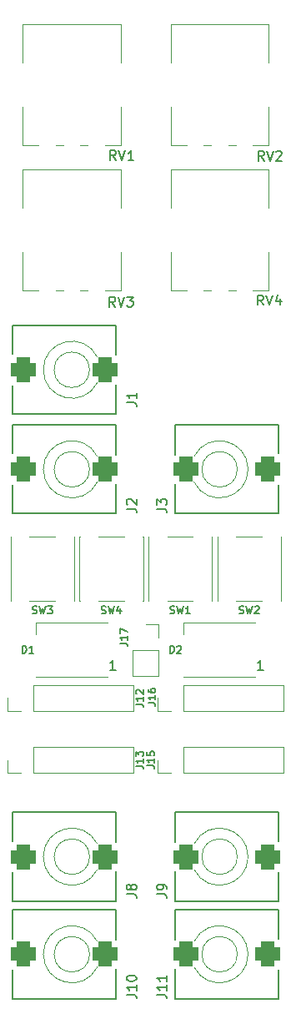
<source format=gbr>
%TF.GenerationSoftware,KiCad,Pcbnew,(6.0.0-0)*%
%TF.CreationDate,2022-01-16T08:33:06+00:00*%
%TF.ProjectId,curly-memory-interface-board,6375726c-792d-46d6-956d-6f72792d696e,rev?*%
%TF.SameCoordinates,Original*%
%TF.FileFunction,Legend,Top*%
%TF.FilePolarity,Positive*%
%FSLAX46Y46*%
G04 Gerber Fmt 4.6, Leading zero omitted, Abs format (unit mm)*
G04 Created by KiCad (PCBNEW (6.0.0-0)) date 2022-01-16 08:33:06*
%MOMM*%
%LPD*%
G01*
G04 APERTURE LIST*
G04 Aperture macros list*
%AMRoundRect*
0 Rectangle with rounded corners*
0 $1 Rounding radius*
0 $2 $3 $4 $5 $6 $7 $8 $9 X,Y pos of 4 corners*
0 Add a 4 corners polygon primitive as box body*
4,1,4,$2,$3,$4,$5,$6,$7,$8,$9,$2,$3,0*
0 Add four circle primitives for the rounded corners*
1,1,$1+$1,$2,$3*
1,1,$1+$1,$4,$5*
1,1,$1+$1,$6,$7*
1,1,$1+$1,$8,$9*
0 Add four rect primitives between the rounded corners*
20,1,$1+$1,$2,$3,$4,$5,0*
20,1,$1+$1,$4,$5,$6,$7,0*
20,1,$1+$1,$6,$7,$8,$9,0*
20,1,$1+$1,$8,$9,$2,$3,0*%
G04 Aperture macros list end*
%ADD10C,0.150000*%
%ADD11C,0.200000*%
%ADD12C,0.120000*%
%ADD13O,2.300000X3.100000*%
%ADD14RoundRect,0.650000X0.650000X-0.650000X0.650000X0.650000X-0.650000X0.650000X-0.650000X-0.650000X0*%
%ADD15R,1.300000X1.550000*%
%ADD16R,1.500000X1.000000*%
%ADD17C,4.000000*%
%ADD18C,1.800000*%
%ADD19R,1.700000X1.700000*%
%ADD20O,1.700000X1.700000*%
%ADD21RoundRect,0.650000X-0.650000X0.650000X-0.650000X-0.650000X0.650000X-0.650000X0.650000X0.650000X0*%
G04 APERTURE END LIST*
D10*
%TO.C,J8*%
X13066780Y-88801533D02*
X13781066Y-88801533D01*
X13923923Y-88849152D01*
X14019161Y-88944390D01*
X14066780Y-89087247D01*
X14066780Y-89182485D01*
X13495352Y-88182485D02*
X13447733Y-88277723D01*
X13400114Y-88325342D01*
X13304876Y-88372961D01*
X13257257Y-88372961D01*
X13162019Y-88325342D01*
X13114400Y-88277723D01*
X13066780Y-88182485D01*
X13066780Y-87992009D01*
X13114400Y-87896771D01*
X13162019Y-87849152D01*
X13257257Y-87801533D01*
X13304876Y-87801533D01*
X13400114Y-87849152D01*
X13447733Y-87896771D01*
X13495352Y-87992009D01*
X13495352Y-88182485D01*
X13542971Y-88277723D01*
X13590590Y-88325342D01*
X13685828Y-88372961D01*
X13876304Y-88372961D01*
X13971542Y-88325342D01*
X14019161Y-88277723D01*
X14066780Y-88182485D01*
X14066780Y-87992009D01*
X14019161Y-87896771D01*
X13971542Y-87849152D01*
X13876304Y-87801533D01*
X13685828Y-87801533D01*
X13590590Y-87849152D01*
X13542971Y-87896771D01*
X13495352Y-87992009D01*
%TO.C,J10*%
X13066780Y-99005923D02*
X13781066Y-99005923D01*
X13923923Y-99053542D01*
X14019161Y-99148780D01*
X14066780Y-99291638D01*
X14066780Y-99386876D01*
X14066780Y-98005923D02*
X14066780Y-98577352D01*
X14066780Y-98291638D02*
X13066780Y-98291638D01*
X13209638Y-98386876D01*
X13304876Y-98482114D01*
X13352495Y-98577352D01*
X13066780Y-97386876D02*
X13066780Y-97291638D01*
X13114400Y-97196400D01*
X13162019Y-97148780D01*
X13257257Y-97101161D01*
X13447733Y-97053542D01*
X13685828Y-97053542D01*
X13876304Y-97101161D01*
X13971542Y-97148780D01*
X14019161Y-97196400D01*
X14066780Y-97291638D01*
X14066780Y-97386876D01*
X14019161Y-97482114D01*
X13971542Y-97529733D01*
X13876304Y-97577352D01*
X13685828Y-97624971D01*
X13447733Y-97624971D01*
X13257257Y-97577352D01*
X13162019Y-97529733D01*
X13114400Y-97482114D01*
X13066780Y-97386876D01*
%TO.C,SW3*%
X3500000Y-60303571D02*
X3607142Y-60339285D01*
X3785714Y-60339285D01*
X3857142Y-60303571D01*
X3892857Y-60267857D01*
X3928571Y-60196428D01*
X3928571Y-60125000D01*
X3892857Y-60053571D01*
X3857142Y-60017857D01*
X3785714Y-59982142D01*
X3642857Y-59946428D01*
X3571428Y-59910714D01*
X3535714Y-59875000D01*
X3500000Y-59803571D01*
X3500000Y-59732142D01*
X3535714Y-59660714D01*
X3571428Y-59625000D01*
X3642857Y-59589285D01*
X3821428Y-59589285D01*
X3928571Y-59625000D01*
X4178571Y-59589285D02*
X4357142Y-60339285D01*
X4500000Y-59803571D01*
X4642857Y-60339285D01*
X4821428Y-59589285D01*
X5035714Y-59589285D02*
X5500000Y-59589285D01*
X5250000Y-59875000D01*
X5357142Y-59875000D01*
X5428571Y-59910714D01*
X5464285Y-59946428D01*
X5500000Y-60017857D01*
X5500000Y-60196428D01*
X5464285Y-60267857D01*
X5428571Y-60303571D01*
X5357142Y-60339285D01*
X5142857Y-60339285D01*
X5071428Y-60303571D01*
X5035714Y-60267857D01*
%TO.C,D1*%
X2469028Y-64347285D02*
X2469028Y-63597285D01*
X2647600Y-63597285D01*
X2754742Y-63633000D01*
X2826171Y-63704428D01*
X2861885Y-63775857D01*
X2897600Y-63918714D01*
X2897600Y-64025857D01*
X2861885Y-64168714D01*
X2826171Y-64240142D01*
X2754742Y-64311571D01*
X2647600Y-64347285D01*
X2469028Y-64347285D01*
X3611885Y-64347285D02*
X3183314Y-64347285D01*
X3397600Y-64347285D02*
X3397600Y-63597285D01*
X3326171Y-63704428D01*
X3254742Y-63775857D01*
X3183314Y-63811571D01*
X11935714Y-66052380D02*
X11364285Y-66052380D01*
X11650000Y-66052380D02*
X11650000Y-65052380D01*
X11554761Y-65195238D01*
X11459523Y-65290476D01*
X11364285Y-65338095D01*
%TO.C,J1*%
X13066780Y-38929933D02*
X13781066Y-38929933D01*
X13923923Y-38977552D01*
X14019161Y-39072790D01*
X14066780Y-39215647D01*
X14066780Y-39310885D01*
X14066780Y-37929933D02*
X14066780Y-38501361D01*
X14066780Y-38215647D02*
X13066780Y-38215647D01*
X13209638Y-38310885D01*
X13304876Y-38406123D01*
X13352495Y-38501361D01*
%TO.C,SW2*%
X24500000Y-60303571D02*
X24607142Y-60339285D01*
X24785714Y-60339285D01*
X24857142Y-60303571D01*
X24892857Y-60267857D01*
X24928571Y-60196428D01*
X24928571Y-60125000D01*
X24892857Y-60053571D01*
X24857142Y-60017857D01*
X24785714Y-59982142D01*
X24642857Y-59946428D01*
X24571428Y-59910714D01*
X24535714Y-59875000D01*
X24500000Y-59803571D01*
X24500000Y-59732142D01*
X24535714Y-59660714D01*
X24571428Y-59625000D01*
X24642857Y-59589285D01*
X24821428Y-59589285D01*
X24928571Y-59625000D01*
X25178571Y-59589285D02*
X25357142Y-60339285D01*
X25500000Y-59803571D01*
X25642857Y-60339285D01*
X25821428Y-59589285D01*
X26071428Y-59660714D02*
X26107142Y-59625000D01*
X26178571Y-59589285D01*
X26357142Y-59589285D01*
X26428571Y-59625000D01*
X26464285Y-59660714D01*
X26500000Y-59732142D01*
X26500000Y-59803571D01*
X26464285Y-59910714D01*
X26035714Y-60339285D01*
X26500000Y-60339285D01*
%TO.C,RV2*%
X27014561Y-14396980D02*
X26681228Y-13920790D01*
X26443133Y-14396980D02*
X26443133Y-13396980D01*
X26824085Y-13396980D01*
X26919323Y-13444600D01*
X26966942Y-13492219D01*
X27014561Y-13587457D01*
X27014561Y-13730314D01*
X26966942Y-13825552D01*
X26919323Y-13873171D01*
X26824085Y-13920790D01*
X26443133Y-13920790D01*
X27300276Y-13396980D02*
X27633609Y-14396980D01*
X27966942Y-13396980D01*
X28252657Y-13492219D02*
X28300276Y-13444600D01*
X28395514Y-13396980D01*
X28633609Y-13396980D01*
X28728847Y-13444600D01*
X28776466Y-13492219D01*
X28824085Y-13587457D01*
X28824085Y-13682695D01*
X28776466Y-13825552D01*
X28205038Y-14396980D01*
X28824085Y-14396980D01*
%TO.C,J2*%
X13066780Y-49710933D02*
X13781066Y-49710933D01*
X13923923Y-49758552D01*
X14019161Y-49853790D01*
X14066780Y-49996647D01*
X14066780Y-50091885D01*
X13162019Y-49282361D02*
X13114400Y-49234742D01*
X13066780Y-49139504D01*
X13066780Y-48901409D01*
X13114400Y-48806171D01*
X13162019Y-48758552D01*
X13257257Y-48710933D01*
X13352495Y-48710933D01*
X13495352Y-48758552D01*
X14066780Y-49329980D01*
X14066780Y-48710933D01*
%TO.C,RV1*%
X11977761Y-14346180D02*
X11644428Y-13869990D01*
X11406333Y-14346180D02*
X11406333Y-13346180D01*
X11787285Y-13346180D01*
X11882523Y-13393800D01*
X11930142Y-13441419D01*
X11977761Y-13536657D01*
X11977761Y-13679514D01*
X11930142Y-13774752D01*
X11882523Y-13822371D01*
X11787285Y-13869990D01*
X11406333Y-13869990D01*
X12263476Y-13346180D02*
X12596809Y-14346180D01*
X12930142Y-13346180D01*
X13787285Y-14346180D02*
X13215857Y-14346180D01*
X13501571Y-14346180D02*
X13501571Y-13346180D01*
X13406333Y-13489038D01*
X13311095Y-13584276D01*
X13215857Y-13631895D01*
%TO.C,J17*%
X12390885Y-63345142D02*
X12926600Y-63345142D01*
X13033742Y-63380857D01*
X13105171Y-63452285D01*
X13140885Y-63559428D01*
X13140885Y-63630857D01*
X13140885Y-62595142D02*
X13140885Y-63023714D01*
X13140885Y-62809428D02*
X12390885Y-62809428D01*
X12498028Y-62880857D01*
X12569457Y-62952285D01*
X12605171Y-63023714D01*
X12390885Y-62345142D02*
X12390885Y-61845142D01*
X13140885Y-62166571D01*
%TO.C,J11*%
X16140180Y-99005923D02*
X16854466Y-99005923D01*
X16997323Y-99053542D01*
X17092561Y-99148780D01*
X17140180Y-99291638D01*
X17140180Y-99386876D01*
X17140180Y-98005923D02*
X17140180Y-98577352D01*
X17140180Y-98291638D02*
X16140180Y-98291638D01*
X16283038Y-98386876D01*
X16378276Y-98482114D01*
X16425895Y-98577352D01*
X17140180Y-97053542D02*
X17140180Y-97624971D01*
X17140180Y-97339257D02*
X16140180Y-97339257D01*
X16283038Y-97434495D01*
X16378276Y-97529733D01*
X16425895Y-97624971D01*
%TO.C,J16*%
X15235685Y-69390342D02*
X15771400Y-69390342D01*
X15878542Y-69426057D01*
X15949971Y-69497485D01*
X15985685Y-69604628D01*
X15985685Y-69676057D01*
X15985685Y-68640342D02*
X15985685Y-69068914D01*
X15985685Y-68854628D02*
X15235685Y-68854628D01*
X15342828Y-68926057D01*
X15414257Y-68997485D01*
X15449971Y-69068914D01*
X15235685Y-67997485D02*
X15235685Y-68140342D01*
X15271400Y-68211771D01*
X15307114Y-68247485D01*
X15414257Y-68318914D01*
X15557114Y-68354628D01*
X15842828Y-68354628D01*
X15914257Y-68318914D01*
X15949971Y-68283200D01*
X15985685Y-68211771D01*
X15985685Y-68068914D01*
X15949971Y-67997485D01*
X15914257Y-67961771D01*
X15842828Y-67926057D01*
X15664257Y-67926057D01*
X15592828Y-67961771D01*
X15557114Y-67997485D01*
X15521400Y-68068914D01*
X15521400Y-68211771D01*
X15557114Y-68283200D01*
X15592828Y-68318914D01*
X15664257Y-68354628D01*
%TO.C,J3*%
X16140180Y-49710933D02*
X16854466Y-49710933D01*
X16997323Y-49758552D01*
X17092561Y-49853790D01*
X17140180Y-49996647D01*
X17140180Y-50091885D01*
X16140180Y-49329980D02*
X16140180Y-48710933D01*
X16521133Y-49044266D01*
X16521133Y-48901409D01*
X16568752Y-48806171D01*
X16616371Y-48758552D01*
X16711609Y-48710933D01*
X16949704Y-48710933D01*
X17044942Y-48758552D01*
X17092561Y-48806171D01*
X17140180Y-48901409D01*
X17140180Y-49187123D01*
X17092561Y-49282361D01*
X17044942Y-49329980D01*
%TO.C,RV3*%
X11901561Y-29205180D02*
X11568228Y-28728990D01*
X11330133Y-29205180D02*
X11330133Y-28205180D01*
X11711085Y-28205180D01*
X11806323Y-28252800D01*
X11853942Y-28300419D01*
X11901561Y-28395657D01*
X11901561Y-28538514D01*
X11853942Y-28633752D01*
X11806323Y-28681371D01*
X11711085Y-28728990D01*
X11330133Y-28728990D01*
X12187276Y-28205180D02*
X12520609Y-29205180D01*
X12853942Y-28205180D01*
X13092038Y-28205180D02*
X13711085Y-28205180D01*
X13377752Y-28586133D01*
X13520609Y-28586133D01*
X13615847Y-28633752D01*
X13663466Y-28681371D01*
X13711085Y-28776609D01*
X13711085Y-29014704D01*
X13663466Y-29109942D01*
X13615847Y-29157561D01*
X13520609Y-29205180D01*
X13234895Y-29205180D01*
X13139657Y-29157561D01*
X13092038Y-29109942D01*
%TO.C,D2*%
X17469028Y-64347285D02*
X17469028Y-63597285D01*
X17647600Y-63597285D01*
X17754742Y-63633000D01*
X17826171Y-63704428D01*
X17861885Y-63775857D01*
X17897600Y-63918714D01*
X17897600Y-64025857D01*
X17861885Y-64168714D01*
X17826171Y-64240142D01*
X17754742Y-64311571D01*
X17647600Y-64347285D01*
X17469028Y-64347285D01*
X18183314Y-63668714D02*
X18219028Y-63633000D01*
X18290457Y-63597285D01*
X18469028Y-63597285D01*
X18540457Y-63633000D01*
X18576171Y-63668714D01*
X18611885Y-63740142D01*
X18611885Y-63811571D01*
X18576171Y-63918714D01*
X18147600Y-64347285D01*
X18611885Y-64347285D01*
X26935714Y-66052380D02*
X26364285Y-66052380D01*
X26650000Y-66052380D02*
X26650000Y-65052380D01*
X26554761Y-65195238D01*
X26459523Y-65290476D01*
X26364285Y-65338095D01*
%TO.C,SW4*%
X10500000Y-60303571D02*
X10607142Y-60339285D01*
X10785714Y-60339285D01*
X10857142Y-60303571D01*
X10892857Y-60267857D01*
X10928571Y-60196428D01*
X10928571Y-60125000D01*
X10892857Y-60053571D01*
X10857142Y-60017857D01*
X10785714Y-59982142D01*
X10642857Y-59946428D01*
X10571428Y-59910714D01*
X10535714Y-59875000D01*
X10500000Y-59803571D01*
X10500000Y-59732142D01*
X10535714Y-59660714D01*
X10571428Y-59625000D01*
X10642857Y-59589285D01*
X10821428Y-59589285D01*
X10928571Y-59625000D01*
X11178571Y-59589285D02*
X11357142Y-60339285D01*
X11500000Y-59803571D01*
X11642857Y-60339285D01*
X11821428Y-59589285D01*
X12428571Y-59839285D02*
X12428571Y-60339285D01*
X12250000Y-59553571D02*
X12071428Y-60089285D01*
X12535714Y-60089285D01*
%TO.C,J15*%
X15134085Y-75765742D02*
X15669800Y-75765742D01*
X15776942Y-75801457D01*
X15848371Y-75872885D01*
X15884085Y-75980028D01*
X15884085Y-76051457D01*
X15884085Y-75015742D02*
X15884085Y-75444314D01*
X15884085Y-75230028D02*
X15134085Y-75230028D01*
X15241228Y-75301457D01*
X15312657Y-75372885D01*
X15348371Y-75444314D01*
X15134085Y-74337171D02*
X15134085Y-74694314D01*
X15491228Y-74730028D01*
X15455514Y-74694314D01*
X15419800Y-74622885D01*
X15419800Y-74444314D01*
X15455514Y-74372885D01*
X15491228Y-74337171D01*
X15562657Y-74301457D01*
X15741228Y-74301457D01*
X15812657Y-74337171D01*
X15848371Y-74372885D01*
X15884085Y-74444314D01*
X15884085Y-74622885D01*
X15848371Y-74694314D01*
X15812657Y-74730028D01*
%TO.C,SW1*%
X17500000Y-60303571D02*
X17607142Y-60339285D01*
X17785714Y-60339285D01*
X17857142Y-60303571D01*
X17892857Y-60267857D01*
X17928571Y-60196428D01*
X17928571Y-60125000D01*
X17892857Y-60053571D01*
X17857142Y-60017857D01*
X17785714Y-59982142D01*
X17642857Y-59946428D01*
X17571428Y-59910714D01*
X17535714Y-59875000D01*
X17500000Y-59803571D01*
X17500000Y-59732142D01*
X17535714Y-59660714D01*
X17571428Y-59625000D01*
X17642857Y-59589285D01*
X17821428Y-59589285D01*
X17928571Y-59625000D01*
X18178571Y-59589285D02*
X18357142Y-60339285D01*
X18500000Y-59803571D01*
X18642857Y-60339285D01*
X18821428Y-59589285D01*
X19500000Y-60339285D02*
X19071428Y-60339285D01*
X19285714Y-60339285D02*
X19285714Y-59589285D01*
X19214285Y-59696428D01*
X19142857Y-59767857D01*
X19071428Y-59803571D01*
%TO.C,J13*%
X13991085Y-75807142D02*
X14526800Y-75807142D01*
X14633942Y-75842857D01*
X14705371Y-75914285D01*
X14741085Y-76021428D01*
X14741085Y-76092857D01*
X14741085Y-75057142D02*
X14741085Y-75485714D01*
X14741085Y-75271428D02*
X13991085Y-75271428D01*
X14098228Y-75342857D01*
X14169657Y-75414285D01*
X14205371Y-75485714D01*
X13991085Y-74807142D02*
X13991085Y-74342857D01*
X14276800Y-74592857D01*
X14276800Y-74485714D01*
X14312514Y-74414285D01*
X14348228Y-74378571D01*
X14419657Y-74342857D01*
X14598228Y-74342857D01*
X14669657Y-74378571D01*
X14705371Y-74414285D01*
X14741085Y-74485714D01*
X14741085Y-74700000D01*
X14705371Y-74771428D01*
X14669657Y-74807142D01*
%TO.C,RV4*%
X26963761Y-29027380D02*
X26630428Y-28551190D01*
X26392333Y-29027380D02*
X26392333Y-28027380D01*
X26773285Y-28027380D01*
X26868523Y-28075000D01*
X26916142Y-28122619D01*
X26963761Y-28217857D01*
X26963761Y-28360714D01*
X26916142Y-28455952D01*
X26868523Y-28503571D01*
X26773285Y-28551190D01*
X26392333Y-28551190D01*
X27249476Y-28027380D02*
X27582809Y-29027380D01*
X27916142Y-28027380D01*
X28678047Y-28360714D02*
X28678047Y-29027380D01*
X28439952Y-27979761D02*
X28201857Y-28694047D01*
X28820904Y-28694047D01*
%TO.C,J9*%
X16140180Y-88801533D02*
X16854466Y-88801533D01*
X16997323Y-88849152D01*
X17092561Y-88944390D01*
X17140180Y-89087247D01*
X17140180Y-89182485D01*
X17140180Y-88277723D02*
X17140180Y-88087247D01*
X17092561Y-87992009D01*
X17044942Y-87944390D01*
X16902085Y-87849152D01*
X16711609Y-87801533D01*
X16330657Y-87801533D01*
X16235419Y-87849152D01*
X16187800Y-87896771D01*
X16140180Y-87992009D01*
X16140180Y-88182485D01*
X16187800Y-88277723D01*
X16235419Y-88325342D01*
X16330657Y-88372961D01*
X16568752Y-88372961D01*
X16663990Y-88325342D01*
X16711609Y-88277723D01*
X16759228Y-88182485D01*
X16759228Y-87992009D01*
X16711609Y-87896771D01*
X16663990Y-87849152D01*
X16568752Y-87801533D01*
%TO.C,J12*%
X13991085Y-69507142D02*
X14526800Y-69507142D01*
X14633942Y-69542857D01*
X14705371Y-69614285D01*
X14741085Y-69721428D01*
X14741085Y-69792857D01*
X14741085Y-68757142D02*
X14741085Y-69185714D01*
X14741085Y-68971428D02*
X13991085Y-68971428D01*
X14098228Y-69042857D01*
X14169657Y-69114285D01*
X14205371Y-69185714D01*
X14062514Y-68471428D02*
X14026800Y-68435714D01*
X13991085Y-68364285D01*
X13991085Y-68185714D01*
X14026800Y-68114285D01*
X14062514Y-68078571D01*
X14133942Y-68042857D01*
X14205371Y-68042857D01*
X14312514Y-68078571D01*
X14741085Y-68507142D01*
X14741085Y-68042857D01*
D11*
%TO.C,J8*%
X12000000Y-89500000D02*
X1500000Y-89500000D01*
X1500000Y-89500000D02*
X1500000Y-86600000D01*
X12000000Y-80500000D02*
X1500000Y-80500000D01*
X12000000Y-89500000D02*
X12000000Y-86500000D01*
X1500000Y-83400000D02*
X1500000Y-80500000D01*
X12000000Y-83500000D02*
X12000000Y-80500000D01*
D12*
X4604999Y-85000000D02*
G75*
G03*
X10088577Y-86296263I2895001J0D01*
G01*
X10088576Y-83703737D02*
G75*
G03*
X4605000Y-85000000I-2588576J-1296263D01*
G01*
X9300000Y-85000000D02*
G75*
G03*
X9300000Y-85000000I-1800000J0D01*
G01*
D11*
%TO.C,J10*%
X12000000Y-99400000D02*
X12000000Y-96400000D01*
X1500000Y-93300000D02*
X1500000Y-90400000D01*
X12000000Y-90400000D02*
X1500000Y-90400000D01*
X12000000Y-93400000D02*
X12000000Y-90400000D01*
X1500000Y-99400000D02*
X1500000Y-96500000D01*
X12000000Y-99400000D02*
X1500000Y-99400000D01*
D12*
X4604999Y-94900000D02*
G75*
G03*
X10088577Y-96196263I2895001J0D01*
G01*
X10088576Y-93603737D02*
G75*
G03*
X4605000Y-94900000I-2588576J-1296263D01*
G01*
X9300000Y-94900000D02*
G75*
G03*
X9300000Y-94900000I-1800000J0D01*
G01*
%TO.C,SW3*%
X1270000Y-59030000D02*
X1270000Y-52570000D01*
X1270000Y-52570000D02*
X1300000Y-52570000D01*
X3200000Y-59030000D02*
X5800000Y-59030000D01*
X7730000Y-59030000D02*
X7700000Y-59030000D01*
X3200000Y-52570000D02*
X5800000Y-52570000D01*
X1300000Y-59030000D02*
X1270000Y-59030000D01*
X7730000Y-59030000D02*
X7730000Y-52570000D01*
X7730000Y-52570000D02*
X7700000Y-52570000D01*
%TO.C,D1*%
X11150000Y-66750000D02*
X3850000Y-66750000D01*
X11150000Y-61250000D02*
X3850000Y-61250000D01*
X3850000Y-61250000D02*
X3850000Y-62400000D01*
D11*
%TO.C,J1*%
X12000000Y-40100000D02*
X12000000Y-37100000D01*
X1500000Y-40100000D02*
X1500000Y-37200000D01*
X12000000Y-40100000D02*
X1500000Y-40100000D01*
X1500000Y-34000000D02*
X1500000Y-31100000D01*
X12000000Y-31100000D02*
X1500000Y-31100000D01*
X12000000Y-34100000D02*
X12000000Y-31100000D01*
D12*
X4604999Y-35600000D02*
G75*
G03*
X10088577Y-36896263I2895001J0D01*
G01*
X10088576Y-34303737D02*
G75*
G03*
X4605000Y-35600000I-2588576J-1296263D01*
G01*
X9300000Y-35600000D02*
G75*
G03*
X9300000Y-35600000I-1800000J0D01*
G01*
%TO.C,SW2*%
X22270000Y-59030000D02*
X22300000Y-59030000D01*
X28730000Y-59030000D02*
X28700000Y-59030000D01*
X28700000Y-52570000D02*
X28730000Y-52570000D01*
X28730000Y-52570000D02*
X28730000Y-59030000D01*
X22270000Y-52570000D02*
X22300000Y-52570000D01*
X26800000Y-52570000D02*
X24200000Y-52570000D01*
X22270000Y-52570000D02*
X22270000Y-59030000D01*
X26800000Y-59030000D02*
X24200000Y-59030000D01*
%TO.C,RV2*%
X17530000Y-580000D02*
X27470000Y-580000D01*
X17530000Y-4445000D02*
X17530000Y-580000D01*
X20871000Y-12820000D02*
X21630000Y-12820000D01*
X17530000Y-12820000D02*
X17530000Y-8955000D01*
X27470000Y-12820000D02*
X27470000Y-8955000D01*
X23371000Y-12820000D02*
X24130000Y-12820000D01*
X27470000Y-4445000D02*
X27470000Y-580000D01*
X25870000Y-12820000D02*
X27470000Y-12820000D01*
X17530000Y-12820000D02*
X19129000Y-12820000D01*
D11*
%TO.C,J2*%
X12000000Y-50200000D02*
X1500000Y-50200000D01*
X1500000Y-50200000D02*
X1500000Y-47300000D01*
X1500000Y-44100000D02*
X1500000Y-41200000D01*
X12000000Y-41200000D02*
X1500000Y-41200000D01*
X12000000Y-44200000D02*
X12000000Y-41200000D01*
X12000000Y-50200000D02*
X12000000Y-47200000D01*
D12*
X4604999Y-45700000D02*
G75*
G03*
X10088577Y-46996263I2895001J0D01*
G01*
X10088576Y-44403737D02*
G75*
G03*
X4605000Y-45700000I-2588576J-1296263D01*
G01*
X9300000Y-45700000D02*
G75*
G03*
X9300000Y-45700000I-1800000J0D01*
G01*
%TO.C,RV1*%
X5871000Y-12820000D02*
X6630000Y-12820000D01*
X2530000Y-12820000D02*
X2530000Y-8955000D01*
X2530000Y-580000D02*
X12470000Y-580000D01*
X8371000Y-12820000D02*
X9130000Y-12820000D01*
X10870000Y-12820000D02*
X12470000Y-12820000D01*
X12470000Y-4445000D02*
X12470000Y-580000D01*
X2530000Y-12820000D02*
X4129000Y-12820000D01*
X12470000Y-12820000D02*
X12470000Y-8955000D01*
X2530000Y-4445000D02*
X2530000Y-580000D01*
%TO.C,J17*%
X16330000Y-61428000D02*
X16330000Y-62758000D01*
X13670000Y-64028000D02*
X13670000Y-66628000D01*
X16330000Y-64028000D02*
X16330000Y-66628000D01*
X13670000Y-64028000D02*
X16330000Y-64028000D01*
X13670000Y-66628000D02*
X16330000Y-66628000D01*
X15000000Y-61428000D02*
X16330000Y-61428000D01*
D11*
%TO.C,J11*%
X18000000Y-96400000D02*
X18000000Y-99400000D01*
X18000000Y-90400000D02*
X18000000Y-93400000D01*
X18000000Y-90400000D02*
X28500000Y-90400000D01*
X18000000Y-99400000D02*
X28500000Y-99400000D01*
X28500000Y-90400000D02*
X28500000Y-93300000D01*
X28500000Y-96500000D02*
X28500000Y-99400000D01*
D12*
X25395001Y-94900000D02*
G75*
G03*
X19911423Y-93603737I-2895001J0D01*
G01*
X19911424Y-96196263D02*
G75*
G03*
X25395000Y-94900000I2588576J1296263D01*
G01*
X24300000Y-94900000D02*
G75*
G03*
X24300000Y-94900000I-1800000J0D01*
G01*
%TO.C,J16*%
X18810000Y-70230000D02*
X18810000Y-67570000D01*
X16210000Y-70230000D02*
X16210000Y-68900000D01*
X17540000Y-70230000D02*
X16210000Y-70230000D01*
X29030000Y-70230000D02*
X29030000Y-67570000D01*
X18810000Y-67570000D02*
X29030000Y-67570000D01*
X18810000Y-70230000D02*
X29030000Y-70230000D01*
D11*
%TO.C,J3*%
X18000000Y-50200000D02*
X28500000Y-50200000D01*
X28500000Y-47300000D02*
X28500000Y-50200000D01*
X18000000Y-47200000D02*
X18000000Y-50200000D01*
X18000000Y-41200000D02*
X18000000Y-44200000D01*
X18000000Y-41200000D02*
X28500000Y-41200000D01*
X28500000Y-41200000D02*
X28500000Y-44100000D01*
D12*
X25395001Y-45700000D02*
G75*
G03*
X19911423Y-44403737I-2895001J0D01*
G01*
X19911424Y-46996263D02*
G75*
G03*
X25395000Y-45700000I2588576J1296263D01*
G01*
X24300000Y-45700000D02*
G75*
G03*
X24300000Y-45700000I-1800000J0D01*
G01*
%TO.C,RV3*%
X2530000Y-19145000D02*
X2530000Y-15280000D01*
X2530000Y-15280000D02*
X12470000Y-15280000D01*
X12470000Y-19145000D02*
X12470000Y-15280000D01*
X8371000Y-27520000D02*
X9130000Y-27520000D01*
X12470000Y-27520000D02*
X12470000Y-23655000D01*
X5871000Y-27520000D02*
X6630000Y-27520000D01*
X10870000Y-27520000D02*
X12470000Y-27520000D01*
X2530000Y-27520000D02*
X2530000Y-23655000D01*
X2530000Y-27520000D02*
X4129000Y-27520000D01*
%TO.C,D2*%
X18850000Y-61250000D02*
X18850000Y-62400000D01*
X26150000Y-66750000D02*
X18850000Y-66750000D01*
X26150000Y-61250000D02*
X18850000Y-61250000D01*
%TO.C,SW4*%
X14730000Y-59030000D02*
X14730000Y-52570000D01*
X10200000Y-59030000D02*
X12800000Y-59030000D01*
X14730000Y-59030000D02*
X14700000Y-59030000D01*
X8270000Y-52570000D02*
X8300000Y-52570000D01*
X8300000Y-59030000D02*
X8270000Y-59030000D01*
X8270000Y-59030000D02*
X8270000Y-52570000D01*
X14730000Y-52570000D02*
X14700000Y-52570000D01*
X10200000Y-52570000D02*
X12800000Y-52570000D01*
%TO.C,J15*%
X29030000Y-76530000D02*
X29030000Y-73870000D01*
X17540000Y-76530000D02*
X16210000Y-76530000D01*
X18810000Y-73870000D02*
X29030000Y-73870000D01*
X16210000Y-76530000D02*
X16210000Y-75200000D01*
X18810000Y-76530000D02*
X18810000Y-73870000D01*
X18810000Y-76530000D02*
X29030000Y-76530000D01*
%TO.C,SW1*%
X21730000Y-52570000D02*
X21730000Y-59030000D01*
X21700000Y-52570000D02*
X21730000Y-52570000D01*
X19800000Y-52570000D02*
X17200000Y-52570000D01*
X15270000Y-59030000D02*
X15300000Y-59030000D01*
X21730000Y-59030000D02*
X21700000Y-59030000D01*
X15270000Y-52570000D02*
X15270000Y-59030000D01*
X19800000Y-59030000D02*
X17200000Y-59030000D01*
X15270000Y-52570000D02*
X15300000Y-52570000D01*
%TO.C,J13*%
X2300000Y-76530000D02*
X970000Y-76530000D01*
X13790000Y-76530000D02*
X13790000Y-73870000D01*
X3570000Y-73870000D02*
X13790000Y-73870000D01*
X970000Y-76530000D02*
X970000Y-75200000D01*
X3570000Y-76530000D02*
X13790000Y-76530000D01*
X3570000Y-76530000D02*
X3570000Y-73870000D01*
%TO.C,RV4*%
X27470000Y-27520000D02*
X27470000Y-23655000D01*
X17530000Y-27520000D02*
X19129000Y-27520000D01*
X20871000Y-27520000D02*
X21630000Y-27520000D01*
X23371000Y-27520000D02*
X24130000Y-27520000D01*
X27470000Y-19145000D02*
X27470000Y-15280000D01*
X17530000Y-27520000D02*
X17530000Y-23655000D01*
X17530000Y-19145000D02*
X17530000Y-15280000D01*
X17530000Y-15280000D02*
X27470000Y-15280000D01*
X25870000Y-27520000D02*
X27470000Y-27520000D01*
D11*
%TO.C,J9*%
X28500000Y-80500000D02*
X28500000Y-83400000D01*
X18000000Y-80500000D02*
X28500000Y-80500000D01*
X18000000Y-89500000D02*
X28500000Y-89500000D01*
X18000000Y-86500000D02*
X18000000Y-89500000D01*
X18000000Y-80500000D02*
X18000000Y-83500000D01*
X28500000Y-86600000D02*
X28500000Y-89500000D01*
D12*
X25395001Y-85000000D02*
G75*
G03*
X19911423Y-83703737I-2895001J0D01*
G01*
X19911424Y-86296263D02*
G75*
G03*
X25395000Y-85000000I2588576J1296263D01*
G01*
X24300000Y-85000000D02*
G75*
G03*
X24300000Y-85000000I-1800000J0D01*
G01*
%TO.C,J12*%
X13790000Y-70230000D02*
X13790000Y-67570000D01*
X3570000Y-70230000D02*
X13790000Y-70230000D01*
X3570000Y-70230000D02*
X3570000Y-67570000D01*
X970000Y-70230000D02*
X970000Y-68900000D01*
X3570000Y-67570000D02*
X13790000Y-67570000D01*
X2300000Y-70230000D02*
X970000Y-70230000D01*
%TD*%
%LPC*%
D13*
%TO.C,J8*%
X13980000Y-85000000D03*
D14*
X2580000Y-85000000D03*
X10880000Y-85000000D03*
%TD*%
D13*
%TO.C,J10*%
X13980000Y-94900000D03*
D14*
X2580000Y-94900000D03*
X10880000Y-94900000D03*
%TD*%
D15*
%TO.C,SW3*%
X6750000Y-59775000D03*
X6750000Y-51825000D03*
X2250000Y-59775000D03*
X2250000Y-51825000D03*
%TD*%
D16*
%TO.C,D1*%
X9950000Y-65600000D03*
X9950000Y-62400000D03*
X5050000Y-62400000D03*
X5050000Y-65600000D03*
%TD*%
D13*
%TO.C,J1*%
X13980000Y-35600000D03*
D14*
X2580000Y-35600000D03*
X10880000Y-35600000D03*
%TD*%
D15*
%TO.C,SW2*%
X23250000Y-51825000D03*
X23250000Y-59775000D03*
X27750000Y-51825000D03*
X27750000Y-59775000D03*
%TD*%
D17*
%TO.C,RV2*%
X18100000Y-6700000D03*
X26900000Y-6700000D03*
D18*
X25000000Y-13700000D03*
X22500000Y-13700000D03*
X20000000Y-13700000D03*
%TD*%
D13*
%TO.C,J2*%
X13980000Y-45700000D03*
D14*
X2580000Y-45700000D03*
X10880000Y-45700000D03*
%TD*%
D17*
%TO.C,RV1*%
X11900000Y-6700000D03*
X3100000Y-6700000D03*
D18*
X10000000Y-13700000D03*
X7500000Y-13700000D03*
X5000000Y-13700000D03*
%TD*%
D19*
%TO.C,J17*%
X15000000Y-62758000D03*
D20*
X15000000Y-65298000D03*
%TD*%
D13*
%TO.C,J11*%
X16020000Y-94900000D03*
D21*
X27420000Y-94900000D03*
X19120000Y-94900000D03*
%TD*%
D19*
%TO.C,J16*%
X17540000Y-68900000D03*
D20*
X20080000Y-68900000D03*
X22620000Y-68900000D03*
X25160000Y-68900000D03*
X27700000Y-68900000D03*
%TD*%
D13*
%TO.C,J3*%
X16020000Y-45700000D03*
D21*
X27420000Y-45700000D03*
X19120000Y-45700000D03*
%TD*%
D17*
%TO.C,RV3*%
X11900000Y-21400000D03*
X3100000Y-21400000D03*
D18*
X10000000Y-28400000D03*
X7500000Y-28400000D03*
X5000000Y-28400000D03*
%TD*%
D16*
%TO.C,D2*%
X24950000Y-65600000D03*
X24950000Y-62400000D03*
X20050000Y-62400000D03*
X20050000Y-65600000D03*
%TD*%
D15*
%TO.C,SW4*%
X13750000Y-59775000D03*
X13750000Y-51825000D03*
X9250000Y-59775000D03*
X9250000Y-51825000D03*
%TD*%
D19*
%TO.C,J15*%
X17540000Y-75200000D03*
D20*
X20080000Y-75200000D03*
X22620000Y-75200000D03*
X25160000Y-75200000D03*
X27700000Y-75200000D03*
%TD*%
D15*
%TO.C,SW1*%
X16250000Y-51825000D03*
X16250000Y-59775000D03*
X20750000Y-51825000D03*
X20750000Y-59775000D03*
%TD*%
D19*
%TO.C,J13*%
X2300000Y-75200000D03*
D20*
X4840000Y-75200000D03*
X7380000Y-75200000D03*
X9920000Y-75200000D03*
X12460000Y-75200000D03*
%TD*%
D17*
%TO.C,RV4*%
X26900000Y-21400000D03*
X18100000Y-21400000D03*
D18*
X25000000Y-28400000D03*
X22500000Y-28400000D03*
X20000000Y-28400000D03*
%TD*%
D13*
%TO.C,J9*%
X16020000Y-85000000D03*
D21*
X27420000Y-85000000D03*
X19120000Y-85000000D03*
%TD*%
D19*
%TO.C,J12*%
X2300000Y-68900000D03*
D20*
X4840000Y-68900000D03*
X7380000Y-68900000D03*
X9920000Y-68900000D03*
X12460000Y-68900000D03*
%TD*%
D19*
%TO.C,J14*%
X17540000Y-71300000D03*
D20*
X20080000Y-71300000D03*
X22620000Y-71300000D03*
X25160000Y-71300000D03*
X27700000Y-71300000D03*
%TD*%
D19*
%TO.C,J7*%
X2300000Y-79250000D03*
D20*
X4840000Y-79250000D03*
X7380000Y-79250000D03*
X9920000Y-79250000D03*
X12460000Y-79250000D03*
%TD*%
D19*
%TO.C,J6*%
X2300000Y-71500000D03*
D20*
X4840000Y-71500000D03*
X7380000Y-71500000D03*
X9920000Y-71500000D03*
X12460000Y-71500000D03*
%TD*%
D19*
%TO.C,J4*%
X17540000Y-31600000D03*
D20*
X20080000Y-31600000D03*
X22620000Y-31600000D03*
X25160000Y-31600000D03*
X27700000Y-31600000D03*
%TD*%
D19*
%TO.C,J18*%
X17540000Y-35000000D03*
D20*
X20080000Y-35000000D03*
X22620000Y-35000000D03*
X25160000Y-35000000D03*
X27700000Y-35000000D03*
%TD*%
D19*
%TO.C,J5*%
X17540000Y-79250000D03*
D20*
X20080000Y-79250000D03*
X22620000Y-79250000D03*
X25160000Y-79250000D03*
X27700000Y-79250000D03*
%TD*%
M02*

</source>
